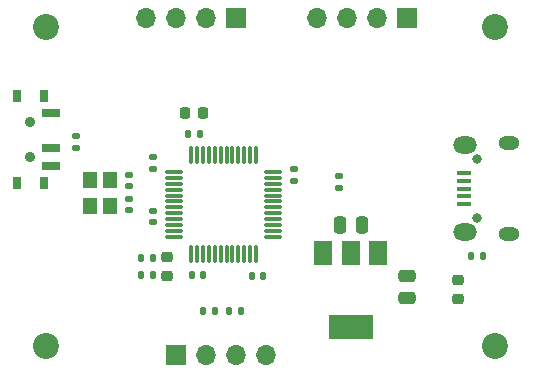
<source format=gbr>
%TF.GenerationSoftware,KiCad,Pcbnew,7.0.1-0*%
%TF.CreationDate,2023-05-28T09:45:46-06:00*%
%TF.ProjectId,stm32-prototype,73746d33-322d-4707-926f-746f74797065,rev?*%
%TF.SameCoordinates,Original*%
%TF.FileFunction,Soldermask,Top*%
%TF.FilePolarity,Negative*%
%FSLAX46Y46*%
G04 Gerber Fmt 4.6, Leading zero omitted, Abs format (unit mm)*
G04 Created by KiCad (PCBNEW 7.0.1-0) date 2023-05-28 09:45:46*
%MOMM*%
%LPD*%
G01*
G04 APERTURE LIST*
G04 Aperture macros list*
%AMRoundRect*
0 Rectangle with rounded corners*
0 $1 Rounding radius*
0 $2 $3 $4 $5 $6 $7 $8 $9 X,Y pos of 4 corners*
0 Add a 4 corners polygon primitive as box body*
4,1,4,$2,$3,$4,$5,$6,$7,$8,$9,$2,$3,0*
0 Add four circle primitives for the rounded corners*
1,1,$1+$1,$2,$3*
1,1,$1+$1,$4,$5*
1,1,$1+$1,$6,$7*
1,1,$1+$1,$8,$9*
0 Add four rect primitives between the rounded corners*
20,1,$1+$1,$2,$3,$4,$5,0*
20,1,$1+$1,$4,$5,$6,$7,0*
20,1,$1+$1,$6,$7,$8,$9,0*
20,1,$1+$1,$8,$9,$2,$3,0*%
G04 Aperture macros list end*
%ADD10R,1.500000X0.700000*%
%ADD11C,0.900000*%
%ADD12R,0.800000X1.000000*%
%ADD13C,2.200000*%
%ADD14R,1.200000X1.400000*%
%ADD15RoundRect,0.075000X-0.075000X-0.662500X0.075000X-0.662500X0.075000X0.662500X-0.075000X0.662500X0*%
%ADD16RoundRect,0.075000X-0.662500X-0.075000X0.662500X-0.075000X0.662500X0.075000X-0.662500X0.075000X0*%
%ADD17R,1.500000X2.000000*%
%ADD18R,3.800000X2.000000*%
%ADD19RoundRect,0.135000X-0.135000X-0.185000X0.135000X-0.185000X0.135000X0.185000X-0.135000X0.185000X0*%
%ADD20RoundRect,0.135000X0.135000X0.185000X-0.135000X0.185000X-0.135000X-0.185000X0.135000X-0.185000X0*%
%ADD21RoundRect,0.135000X-0.185000X0.135000X-0.185000X-0.135000X0.185000X-0.135000X0.185000X0.135000X0*%
%ADD22RoundRect,0.135000X0.185000X-0.135000X0.185000X0.135000X-0.185000X0.135000X-0.185000X-0.135000X0*%
%ADD23O,1.700000X1.700000*%
%ADD24R,1.700000X1.700000*%
%ADD25O,1.800000X1.150000*%
%ADD26O,2.000000X1.450000*%
%ADD27R,1.300000X0.450000*%
%ADD28O,0.800000X0.800000*%
%ADD29RoundRect,0.218750X0.256250X-0.218750X0.256250X0.218750X-0.256250X0.218750X-0.256250X-0.218750X0*%
%ADD30RoundRect,0.218750X-0.256250X0.218750X-0.256250X-0.218750X0.256250X-0.218750X0.256250X0.218750X0*%
%ADD31RoundRect,0.140000X0.170000X-0.140000X0.170000X0.140000X-0.170000X0.140000X-0.170000X-0.140000X0*%
%ADD32RoundRect,0.140000X-0.140000X-0.170000X0.140000X-0.170000X0.140000X0.170000X-0.140000X0.170000X0*%
%ADD33RoundRect,0.140000X0.140000X0.170000X-0.140000X0.170000X-0.140000X-0.170000X0.140000X-0.170000X0*%
%ADD34RoundRect,0.140000X-0.170000X0.140000X-0.170000X-0.140000X0.170000X-0.140000X0.170000X0.140000X0*%
%ADD35RoundRect,0.225000X-0.225000X-0.250000X0.225000X-0.250000X0.225000X0.250000X-0.225000X0.250000X0*%
%ADD36RoundRect,0.250000X0.475000X-0.250000X0.475000X0.250000X-0.475000X0.250000X-0.475000X-0.250000X0*%
%ADD37RoundRect,0.250000X-0.250000X-0.475000X0.250000X-0.475000X0.250000X0.475000X-0.250000X0.475000X0*%
G04 APERTURE END LIST*
D10*
%TO.C,SW1*%
X82405000Y-86750000D03*
X82405000Y-85250000D03*
X82405000Y-82250000D03*
D11*
X80645000Y-83000000D03*
X80645000Y-86000000D03*
D12*
X81755000Y-80850000D03*
X79545000Y-88150000D03*
X79545000Y-80850000D03*
X81755000Y-88150000D03*
%TD*%
D13*
%TO.C,H4*%
X82000000Y-75000000D03*
%TD*%
%TO.C,H3*%
X120000000Y-75000000D03*
%TD*%
%TO.C,H2*%
X120000000Y-102000000D03*
%TD*%
%TO.C,H1*%
X82000000Y-102000000D03*
%TD*%
D14*
%TO.C,Y1*%
X87350000Y-87900000D03*
X87350000Y-90100000D03*
X85650000Y-90100000D03*
X85650000Y-87900000D03*
%TD*%
D15*
%TO.C,U2*%
X94250000Y-85837500D03*
X94750000Y-85837500D03*
X95250000Y-85837500D03*
X95750000Y-85837500D03*
X96250000Y-85837500D03*
X96750000Y-85837500D03*
X97250000Y-85837500D03*
X97750000Y-85837500D03*
X98250000Y-85837500D03*
X98750000Y-85837500D03*
X99250000Y-85837500D03*
X99750000Y-85837500D03*
D16*
X101162500Y-87250000D03*
X101162500Y-87750000D03*
X101162500Y-88250000D03*
X101162500Y-88750000D03*
X101162500Y-89250000D03*
X101162500Y-89750000D03*
X101162500Y-90250000D03*
X101162500Y-90750000D03*
X101162500Y-91250000D03*
X101162500Y-91750000D03*
X101162500Y-92250000D03*
X101162500Y-92750000D03*
D15*
X99750000Y-94162500D03*
X99250000Y-94162500D03*
X98750000Y-94162500D03*
X98250000Y-94162500D03*
X97750000Y-94162500D03*
X97250000Y-94162500D03*
X96750000Y-94162500D03*
X96250000Y-94162500D03*
X95750000Y-94162500D03*
X95250000Y-94162500D03*
X94750000Y-94162500D03*
X94250000Y-94162500D03*
D16*
X92837500Y-92750000D03*
X92837500Y-92250000D03*
X92837500Y-91750000D03*
X92837500Y-91250000D03*
X92837500Y-90750000D03*
X92837500Y-90250000D03*
X92837500Y-89750000D03*
X92837500Y-89250000D03*
X92837500Y-88750000D03*
X92837500Y-88250000D03*
X92837500Y-87750000D03*
X92837500Y-87250000D03*
%TD*%
D17*
%TO.C,U1*%
X110050000Y-94100000D03*
D18*
X107750000Y-100400000D03*
D17*
X107750000Y-94100000D03*
X105450000Y-94100000D03*
%TD*%
D19*
%TO.C,R5*%
X98510000Y-99000000D03*
X97490000Y-99000000D03*
%TD*%
D20*
%TO.C,R4*%
X95240000Y-99000000D03*
X96260000Y-99000000D03*
%TD*%
D21*
%TO.C,R3*%
X106750000Y-87565000D03*
X106750000Y-88585000D03*
%TD*%
D22*
%TO.C,R2*%
X84525000Y-85260000D03*
X84525000Y-84240000D03*
%TD*%
D19*
%TO.C,R1*%
X117930000Y-94400000D03*
X118950000Y-94400000D03*
%TD*%
D23*
%TO.C,J4*%
X100570000Y-102750000D03*
X98030000Y-102750000D03*
X95490000Y-102750000D03*
D24*
X92950000Y-102750000D03*
%TD*%
D23*
%TO.C,J3*%
X104920000Y-74250000D03*
X107460000Y-74250000D03*
X110000000Y-74250000D03*
D24*
X112540000Y-74250000D03*
%TD*%
D23*
%TO.C,J2*%
X90420000Y-74250000D03*
X92960000Y-74250000D03*
X95500000Y-74250000D03*
D24*
X98040000Y-74250000D03*
%TD*%
D25*
%TO.C,J1*%
X121200000Y-84775000D03*
X121200000Y-92525000D03*
D26*
X117400000Y-84925000D03*
X117400000Y-92375000D03*
D27*
X117350000Y-87350000D03*
X117350000Y-88000000D03*
X117350000Y-88650000D03*
X117350000Y-89300000D03*
X117350000Y-89950000D03*
D28*
X118450000Y-86150000D03*
X118450000Y-91150000D03*
%TD*%
D29*
%TO.C,FB1*%
X92250000Y-96037500D03*
X92250000Y-94462500D03*
%TD*%
D30*
%TO.C,D1*%
X116850000Y-96412500D03*
X116850000Y-97987500D03*
%TD*%
D31*
%TO.C,C13*%
X89000000Y-90460000D03*
X89000000Y-89500000D03*
%TD*%
%TO.C,C12*%
X89000000Y-87520000D03*
X89000000Y-88480000D03*
%TD*%
D32*
%TO.C,C11*%
X94290000Y-96000000D03*
X95250000Y-96000000D03*
%TD*%
D33*
%TO.C,C10*%
X91000000Y-96000000D03*
X90040000Y-96000000D03*
%TD*%
%TO.C,C9*%
X91000000Y-94500000D03*
X90040000Y-94500000D03*
%TD*%
D31*
%TO.C,C8*%
X91000000Y-91480000D03*
X91000000Y-90520000D03*
%TD*%
D32*
%TO.C,C7*%
X94020000Y-84000000D03*
X94980000Y-84000000D03*
%TD*%
D34*
%TO.C,C6*%
X103000000Y-87020000D03*
X103000000Y-87980000D03*
%TD*%
D33*
%TO.C,C5*%
X99370000Y-96025000D03*
X100330000Y-96025000D03*
%TD*%
D31*
%TO.C,C4*%
X91000000Y-86020000D03*
X91000000Y-86980000D03*
%TD*%
D35*
%TO.C,C3*%
X93725000Y-82250000D03*
X95275000Y-82250000D03*
%TD*%
D36*
%TO.C,C2*%
X112500000Y-97950000D03*
X112500000Y-96050000D03*
%TD*%
D37*
%TO.C,C1*%
X106850000Y-91750000D03*
X108750000Y-91750000D03*
%TD*%
M02*

</source>
